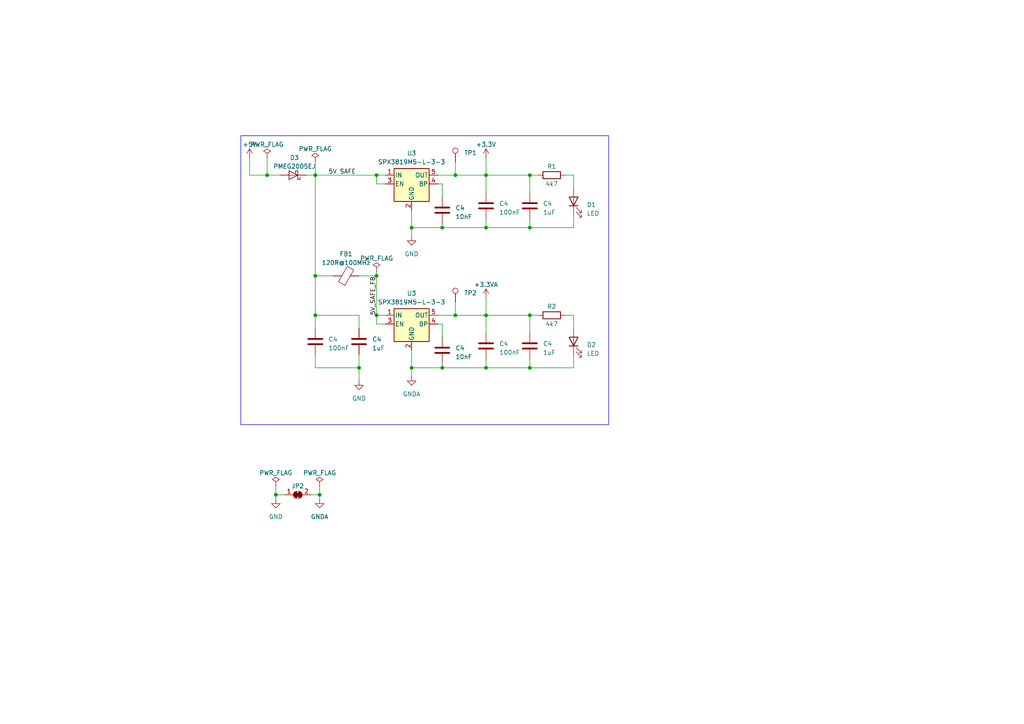
<source format=kicad_sch>
(kicad_sch (version 20230121) (generator eeschema)
  (paper "A4")
  (lib_symbols
    (symbol "Connector:TestPoint" (pin_numbers hide) (pin_names (offset 0.762) hide)
      (property "Reference" "TP" (at 0 6.858 0))
      (property "Value" "TestPoint" (at 0 5.08 0))
      (symbol "TestPoint_0_1"
        (circle (center 0 3.302) (radius 0.762))
      )
      (symbol "TestPoint_1_1"
        (pin passive line (at 0 0 90) (length 2.54) (name "1") (number "1"))
      )
    )
    (symbol "Device:C" (pin_numbers hide) (pin_names (offset 0.254))
      (property "Reference" "C" (at 0.635 2.54 0))
      (property "Value" "C" (at 0.635 -2.54 0))
      (symbol "C_0_1"
        (polyline (pts (xy -2.032 -0.762) (xy 2.032 -0.762)) (stroke (width 0.508)))
        (polyline (pts (xy -2.032 0.762) (xy 2.032 0.762)) (stroke (width 0.508)))
      )
      (symbol "C_1_1"
        (pin passive line (at 0 3.81 270) (length 2.794) (name "~") (number "1"))
        (pin passive line (at 0 -3.81 90) (length 2.794) (name "~") (number "2"))
      )
    )
    (symbol "Device:FerriteBead" (pin_numbers hide) (pin_names (offset 0))
      (property "Reference" "FB" (at -3.81 0.635 90))
      (property "Value" "FerriteBead" (at 3.81 0 90))
      (symbol "FerriteBead_0_1"
        (polyline (pts (xy 0 -1.27) (xy 0 -1.2192)))
        (polyline (pts (xy 0 1.27) (xy 0 1.2954)))
        (polyline (pts (xy -2.7686 0.4064) (xy -1.7018 2.2606) (xy 2.7686 -0.3048) (xy 1.6764 -2.159) (xy -2.7686 0.4064)))
      )
      (symbol "FerriteBead_1_1"
        (pin passive line (at 0 3.81 270) (length 2.54) (name "~") (number "1"))
        (pin passive line (at 0 -3.81 90) (length 2.54) (name "~") (number "2"))
      )
    )
    (symbol "Device:LED" (pin_numbers hide) (pin_names (offset 1.016) hide)
      (property "Reference" "D" (at 0 2.54 0))
      (property "Value" "LED" (at 0 -2.54 0))
      (symbol "LED_0_1"
        (polyline (pts (xy -1.27 -1.27) (xy -1.27 1.27)) (stroke (width 0.254)))
        (polyline (pts (xy -1.27 0) (xy 1.27 0)))
        (polyline (pts (xy 1.27 -1.27) (xy 1.27 1.27) (xy -1.27 0) (xy 1.27 -1.27)) (stroke (width 0.254)))
        (polyline (pts (xy -3.048 -0.762) (xy -4.572 -2.286) (xy -3.81 -2.286) (xy -4.572 -2.286) (xy -4.572 -1.524)))
        (polyline (pts (xy -1.778 -0.762) (xy -3.302 -2.286) (xy -2.54 -2.286) (xy -3.302 -2.286) (xy -3.302 -1.524)))
      )
      (symbol "LED_1_1"
        (pin passive line (at -3.81 0 0) (length 2.54) (name "K") (number "1"))
        (pin passive line (at 3.81 0 180) (length 2.54) (name "A") (number "2"))
      )
    )
    (symbol "Device:R" (pin_numbers hide) (pin_names (offset 0))
      (property "Reference" "R" (at 2.032 0 90))
      (property "Value" "R" (at 0 0 90))
      (symbol "R_0_1"
        (rectangle (start -1.016 -2.54) (end 1.016 2.54) (stroke (width 0.254)))
      )
      (symbol "R_1_1"
        (pin passive line (at 0 3.81 270) (length 1.27) (name "~") (number "1"))
        (pin passive line (at 0 -3.81 90) (length 1.27) (name "~") (number "2"))
      )
    )
    (symbol "Diode:PMEG2005EJ" (pin_numbers hide) (pin_names hide)
      (property "Reference" "D" (at 0 2.54 0))
      (property "Value" "PMEG2005EJ" (at 0 -2.54 0))
      (symbol "PMEG2005EJ_0_1"
        (polyline (pts (xy 1.27 0) (xy -1.27 0)))
        (polyline (pts (xy 1.27 1.27) (xy 1.27 -1.27) (xy -1.27 0) (xy 1.27 1.27)) (stroke (width 0.2032)))
        (polyline (pts (xy -1.905 0.635) (xy -1.905 1.27) (xy -1.27 1.27) (xy -1.27 -1.27) (xy -0.635 -1.27) (xy -0.635 -0.635)) (stroke (width 0.2032)))
      )
      (symbol "PMEG2005EJ_1_1"
        (pin passive line (at -3.81 0 0) (length 2.54) (name "K") (number "1"))
        (pin passive line (at 3.81 0 180) (length 2.54) (name "A") (number "2"))
      )
    )
    (symbol "Jumper:SolderJumper_2_Bridged" (pin_names (offset 0) hide)
      (property "Reference" "JP" (at 0 2.032 0))
      (property "Value" "SolderJumper_2_Bridged" (at 0 -2.54 0))
      (symbol "SolderJumper_2_Bridged_0_1"
        (rectangle (start -0.508 0.508) (end 0.508 -0.508) (fill (type outline)))
        (arc (start -0.254 1.016) (mid -1.2656 0) (end -0.254 -1.016))
        (arc (start -0.254 1.016) (mid -1.2656 0) (end -0.254 -1.016) (fill (type outline)))
        (polyline (pts (xy -0.254 1.016) (xy -0.254 -1.016)))
        (polyline (pts (xy 0.254 1.016) (xy 0.254 -1.016)))
        (arc (start 0.254 -1.016) (mid 1.2656 0) (end 0.254 1.016))
        (arc (start 0.254 -1.016) (mid 1.2656 0) (end 0.254 1.016) (fill (type outline)))
      )
      (symbol "SolderJumper_2_Bridged_1_1"
        (pin passive line (at -3.81 0 0) (length 2.54) (name "A") (number "1"))
        (pin passive line (at 3.81 0 180) (length 2.54) (name "B") (number "2"))
      )
    )
    (symbol "Regulator_Linear:SPX3819M5-L-3-3" (pin_names (offset 0.254))
      (property "Reference" "U" (at -3.81 5.715 0))
      (property "Value" "SPX3819M5-L-3-3" (at 0 5.715 0))
      (symbol "SPX3819M5-L-3-3_0_1"
        (rectangle (start -5.08 4.445) (end 5.08 -5.08) (stroke (width 0.254)) (fill (type background)))
      )
      (symbol "SPX3819M5-L-3-3_1_1"
        (pin power_in line (at -7.62 2.54 0) (length 2.54) (name "IN") (number "1"))
        (pin power_in line (at 0 -7.62 90) (length 2.54) (name "GND") (number "2"))
        (pin input line (at -7.62 0 0) (length 2.54) (name "EN") (number "3"))
        (pin input line (at 7.62 0 180) (length 2.54) (name "BP") (number "4"))
        (pin power_out line (at 7.62 2.54 180) (length 2.54) (name "OUT") (number "5"))
      )
    )
    (symbol "power:+3.3V" (power) (pin_names (offset 0))
      (property "Value" "+3.3V" (at 0 3.556 0))
      (symbol "+3.3V_0_1"
        (polyline (pts (xy -0.762 1.27) (xy 0 2.54)))
        (polyline (pts (xy 0 0) (xy 0 2.54)))
        (polyline (pts (xy 0 2.54) (xy 0.762 1.27)))
      )
      (symbol "+3.3V_1_1"
        (pin power_in line (at 0 0 90) (length 0) hide (name "+3.3V") (number "1"))
      )
    )
    (symbol "power:+3.3VA" (power) (pin_names (offset 0))
      (property "Value" "+3.3VA" (at 0 3.556 0))
      (symbol "+3.3VA_0_1"
        (polyline (pts (xy -0.762 1.27) (xy 0 2.54)))
        (polyline (pts (xy 0 0) (xy 0 2.54)))
        (polyline (pts (xy 0 2.54) (xy 0.762 1.27)))
      )
      (symbol "+3.3VA_1_1"
        (pin power_in line (at 0 0 90) (length 0) hide (name "+3.3VA") (number "1"))
      )
    )
    (symbol "power:+5V" (power) (pin_names (offset 0))
      (property "Value" "+5V" (at 0 3.556 0))
      (symbol "+5V_0_1"
        (polyline (pts (xy -0.762 1.27) (xy 0 2.54)))
        (polyline (pts (xy 0 0) (xy 0 2.54)))
        (polyline (pts (xy 0 2.54) (xy 0.762 1.27)))
      )
      (symbol "+5V_1_1"
        (pin power_in line (at 0 0 90) (length 0) hide (name "+5V") (number "1"))
      )
    )
    (symbol "power:GND" (power) (pin_names (offset 0))
      (property "Value" "GND" (at 0 -3.81 0))
      (symbol "GND_0_1"
        (polyline (pts (xy 0 0) (xy 0 -1.27) (xy 1.27 -1.27) (xy 0 -2.54) (xy -1.27 -1.27) (xy 0 -1.27)))
      )
      (symbol "GND_1_1"
        (pin power_in line (at 0 0 270) (length 0) hide (name "GND") (number "1"))
      )
    )
    (symbol "power:GNDA" (power) (pin_names (offset 0))
      (property "Value" "GNDA" (at 0 -3.81 0))
      (symbol "GNDA_0_1"
        (polyline (pts (xy 0 0) (xy 0 -1.27) (xy 1.27 -1.27) (xy 0 -2.54) (xy -1.27 -1.27) (xy 0 -1.27)))
      )
      (symbol "GNDA_1_1"
        (pin power_in line (at 0 0 270) (length 0) hide (name "GNDA") (number "1"))
      )
    )
    (symbol "power:PWR_FLAG" (power) (pin_numbers hide) (pin_names (offset 0) hide)
      (property "Value" "PWR_FLAG" (at 0 3.81 0))
      (symbol "PWR_FLAG_0_0"
        (pin power_out line (at 0 0 90) (length 0) (name "pwr") (number "1"))
      )
      (symbol "PWR_FLAG_0_1"
        (polyline (pts (xy 0 0) (xy 0 1.27) (xy -1.016 1.905) (xy 0 2.54) (xy 1.016 1.905) (xy 0 1.27)))
      )
    )
  )
  (junction (at 119.38 106.68))
  (junction (at 91.44 50.8))
  (junction (at 140.97 66.04))
  (junction (at 128.27 106.68))
  (junction (at 77.47 50.8))
  (junction (at 140.97 50.8))
  (junction (at 80.01 143.51))
  (junction (at 132.08 50.8))
  (junction (at 153.67 91.44))
  (junction (at 153.67 66.04))
  (junction (at 140.97 91.44))
  (junction (at 128.27 66.04))
  (junction (at 132.08 91.44))
  (junction (at 119.38 66.04))
  (junction (at 92.71 143.51))
  (junction (at 153.67 50.8))
  (junction (at 109.22 50.8))
  (junction (at 140.97 106.68))
  (junction (at 109.22 80.01))
  (junction (at 104.14 106.68))
  (junction (at 91.44 91.44))
  (junction (at 109.22 91.44))
  (junction (at 91.44 80.01))
  (junction (at 153.67 106.68))
  (wire (pts (xy 140.97 104.14) (xy 140.97 106.68)))
  (wire (pts (xy 128.27 64.77) (xy 128.27 66.04)))
  (wire (pts (xy 77.47 50.8) (xy 81.28 50.8)))
  (wire (pts (xy 127 93.98) (xy 128.27 93.98)))
  (wire (pts (xy 128.27 66.04) (xy 140.97 66.04)))
  (wire (pts (xy 91.44 91.44) (xy 104.14 91.44)))
  (wire (pts (xy 140.97 66.04) (xy 153.67 66.04)))
  (wire (pts (xy 92.71 143.51) (xy 92.71 144.78)))
  (wire (pts (xy 72.39 45.72) (xy 72.39 50.8)))
  (wire (pts (xy 127 91.44) (xy 132.08 91.44)))
  (wire (pts (xy 80.01 140.97) (xy 80.01 143.51)))
  (wire (pts (xy 72.39 50.8) (xy 77.47 50.8)))
  (wire (pts (xy 153.67 66.04) (xy 166.37 66.04)))
  (wire (pts (xy 127 53.34) (xy 128.27 53.34)))
  (wire (pts (xy 153.67 91.44) (xy 153.67 96.52)))
  (wire (pts (xy 132.08 46.99) (xy 132.08 50.8)))
  (wire (pts (xy 109.22 78.74) (xy 109.22 80.01)))
  (wire (pts (xy 166.37 106.68) (xy 166.37 102.87)))
  (wire (pts (xy 128.27 105.41) (xy 128.27 106.68)))
  (wire (pts (xy 119.38 109.22) (xy 119.38 106.68)))
  (wire (pts (xy 119.38 68.58) (xy 119.38 66.04)))
  (wire (pts (xy 91.44 80.01) (xy 91.44 91.44)))
  (wire (pts (xy 140.97 50.8) (xy 153.67 50.8)))
  (wire (pts (xy 140.97 106.68) (xy 153.67 106.68)))
  (wire (pts (xy 140.97 63.5) (xy 140.97 66.04)))
  (wire (pts (xy 140.97 91.44) (xy 140.97 86.36)))
  (wire (pts (xy 153.67 63.5) (xy 153.67 66.04)))
  (wire (pts (xy 104.14 106.68) (xy 91.44 106.68)))
  (wire (pts (xy 111.76 93.98) (xy 109.22 93.98)))
  (wire (pts (xy 109.22 53.34) (xy 109.22 50.8)))
  (wire (pts (xy 109.22 91.44) (xy 111.76 91.44)))
  (wire (pts (xy 132.08 50.8) (xy 140.97 50.8)))
  (wire (pts (xy 109.22 50.8) (xy 111.76 50.8)))
  (wire (pts (xy 128.27 53.34) (xy 128.27 57.15)))
  (wire (pts (xy 91.44 80.01) (xy 96.52 80.01)))
  (wire (pts (xy 140.97 50.8) (xy 140.97 55.88)))
  (wire (pts (xy 92.71 140.97) (xy 92.71 143.51)))
  (wire (pts (xy 91.44 46.99) (xy 91.44 50.8)))
  (wire (pts (xy 153.67 91.44) (xy 156.21 91.44)))
  (wire (pts (xy 119.38 66.04) (xy 128.27 66.04)))
  (wire (pts (xy 128.27 93.98) (xy 128.27 97.79)))
  (wire (pts (xy 119.38 66.04) (xy 119.38 60.96)))
  (wire (pts (xy 132.08 87.63) (xy 132.08 91.44)))
  (wire (pts (xy 91.44 91.44) (xy 91.44 95.25)))
  (wire (pts (xy 119.38 106.68) (xy 128.27 106.68)))
  (wire (pts (xy 109.22 91.44) (xy 109.22 80.01)))
  (wire (pts (xy 140.97 91.44) (xy 140.97 96.52)))
  (wire (pts (xy 104.14 91.44) (xy 104.14 95.25)))
  (wire (pts (xy 163.83 91.44) (xy 166.37 91.44)))
  (wire (pts (xy 166.37 91.44) (xy 166.37 95.25)))
  (wire (pts (xy 166.37 50.8) (xy 166.37 54.61)))
  (wire (pts (xy 111.76 53.34) (xy 109.22 53.34)))
  (wire (pts (xy 109.22 80.01) (xy 104.14 80.01)))
  (wire (pts (xy 104.14 106.68) (xy 104.14 102.87)))
  (wire (pts (xy 104.14 106.68) (xy 104.14 110.49)))
  (wire (pts (xy 140.97 50.8) (xy 140.97 45.72)))
  (wire (pts (xy 153.67 106.68) (xy 166.37 106.68)))
  (wire (pts (xy 153.67 104.14) (xy 153.67 106.68)))
  (wire (pts (xy 80.01 143.51) (xy 80.01 144.78)))
  (wire (pts (xy 90.17 143.51) (xy 92.71 143.51)))
  (wire (pts (xy 153.67 50.8) (xy 153.67 55.88)))
  (wire (pts (xy 91.44 50.8) (xy 91.44 80.01)))
  (wire (pts (xy 88.9 50.8) (xy 91.44 50.8)))
  (wire (pts (xy 163.83 50.8) (xy 166.37 50.8)))
  (wire (pts (xy 119.38 106.68) (xy 119.38 101.6)))
  (wire (pts (xy 128.27 106.68) (xy 140.97 106.68)))
  (wire (pts (xy 109.22 93.98) (xy 109.22 91.44)))
  (wire (pts (xy 153.67 50.8) (xy 156.21 50.8)))
  (wire (pts (xy 82.55 143.51) (xy 80.01 143.51)))
  (wire (pts (xy 132.08 91.44) (xy 140.97 91.44)))
  (wire (pts (xy 91.44 50.8) (xy 109.22 50.8)))
  (wire (pts (xy 166.37 66.04) (xy 166.37 62.23)))
  (wire (pts (xy 77.47 45.72) (xy 77.47 50.8)))
  (wire (pts (xy 91.44 106.68) (xy 91.44 102.87)))
  (wire (pts (xy 140.97 91.44) (xy 153.67 91.44)))
  (wire (pts (xy 127 50.8) (xy 132.08 50.8)))
  (rectangle (start 69.85 39.37) (end 176.53 123.19))
  (label "5V SAFE" (at 95.25 50.8 0))
  (label "5V_SAFE_FB" (at 109.22 91.44 90))
  (symbol (lib_id "Device:C") (at 140.97 100.33 0) (unit 1)
    (property "Reference" "C4" (at 144.78 99.695 0) (effects (justify left)))
    (property "Value" "100nF" (at 144.78 102.235 0) (effects (justify left)))
    (property "Footprint" "Capacitor_SMD:C_0603_1608Metric" (effects hide))
    (instances (project "fft_slice" (path "" (reference "C4") (unit 1)) (path "" (reference "C16") (unit 1))))
  )
  (symbol (lib_id "Regulator_Linear:SPX3819M5-L-3-3") (at 119.38 93.98 0) (unit 1)
    (property "Reference" "U3" (at 119.38 85.09 0))
    (property "Value" "SPX3819M5-L-3-3" (at 119.38 87.63 0))
    (property "Footprint" "Package_TO_SOT_SMD:SOT-23-5" (effects hide))
    (property "Datasheet" "https://www.exar.com/content/document.ashx?id=22106&languageid=1033&type=Datasheet&partnumber=SPX3819&filename=SPX3819.pdf&part=SPX3819" (effects hide))
    (instances (project "fft_slice" (path "" (reference "U3") (unit 1)) (path "" (reference "U4") (unit 1))))
  )
  (symbol (lib_id "Diode:PMEG2005EJ") (at 85.09 50.8 180) (unit 1)
    (property "Reference" "D3" (at 85.4075 45.72 0))
    (property "Value" "PMEG2005EJ" (at 85.4075 48.26 0))
    (property "Footprint" "Diode_SMD:D_SOD-323F" (effects hide))
    (property "Datasheet" "https://assets.nexperia.com/documents/data-sheet/PMEGXX05EH_EJ_SER.pdf" (effects hide))
  )
  (symbol (lib_id "Device:R") (at 160.02 50.8 270) (unit 1)
    (property "Reference" "R1" (at 160.02 48.26 90))
    (property "Value" "4k7" (at 160.02 53.34 90))
    (property "Footprint" "Resistor_SMD:R_0805_2012Metric_Pad1.20x1.40mm_HandSolder" (effects hide))
  )
  (symbol (lib_id "Device:C") (at 153.67 59.69 0) (unit 1)
    (property "Reference" "C4" (at 157.48 59.055 0) (effects (justify left)))
    (property "Value" "1uF" (at 157.48 61.595 0) (effects (justify left)))
    (property "Footprint" "Capacitor_SMD:C_0603_1608Metric" (effects hide))
    (instances (project "fft_slice" (path "" (reference "C4") (unit 1)) (path "" (reference "C13") (unit 1))))
  )
  (symbol (lib_id "power:GND") (at 104.14 110.49 0) (unit 1)
    (property "Reference" "#PWR05" (effects hide))
    (property "Value" "GND" (at 104.14 115.57 0))
    (instances (project "fft_slice" (path "" (reference "#PWR05") (unit 1)) (path "" (reference "#PWR031") (unit 1))))
  )
  (symbol (lib_id "power:PWR_FLAG") (at 109.22 78.74 0) (unit 1)
    (property "Reference" "#FLG02" (effects hide))
    (property "Value" "PWR_FLAG" (at 109.22 74.93 0))
  )
  (symbol (lib_id "Regulator_Linear:SPX3819M5-L-3-3") (at 119.38 53.34 0) (unit 1)
    (property "Reference" "U3" (at 119.38 44.45 0))
    (property "Value" "SPX3819M5-L-3-3" (at 119.38 46.99 0))
    (property "Footprint" "Package_TO_SOT_SMD:SOT-23-5" (effects hide))
    (property "Datasheet" "https://www.exar.com/content/document.ashx?id=22106&languageid=1033&type=Datasheet&partnumber=SPX3819&filename=SPX3819.pdf&part=SPX3819" (effects hide))
  )
  (symbol (lib_id "power:GND") (at 80.01 144.78 0) (unit 1)
    (property "Reference" "#PWR05" (effects hide))
    (property "Value" "GND" (at 80.01 149.86 0))
    (instances (project "fft_slice" (path "" (reference "#PWR05") (unit 1)) (path "" (reference "#PWR06") (unit 1))))
  )
  (symbol (lib_id "Device:C") (at 140.97 59.69 0) (unit 1)
    (property "Reference" "C4" (at 144.78 59.055 0) (effects (justify left)))
    (property "Value" "100nF" (at 144.78 61.595 0) (effects (justify left)))
    (property "Footprint" "Capacitor_SMD:C_0603_1608Metric" (effects hide))
    (instances (project "fft_slice" (path "" (reference "C4") (unit 1)) (path "" (reference "C12") (unit 1))))
  )
  (symbol (lib_id "Device:C") (at 128.27 101.6 0) (unit 1)
    (property "Reference" "C4" (at 132.08 100.965 0) (effects (justify left)))
    (property "Value" "10nF" (at 132.08 103.505 0) (effects (justify left)))
    (property "Footprint" "Capacitor_SMD:C_0603_1608Metric" (effects hide))
    (instances (project "fft_slice" (path "" (reference "C4") (unit 1)) (path "" (reference "C15") (unit 1))))
  )
  (symbol (lib_id "power:PWR_FLAG") (at 80.01 140.97 0) (unit 1)
    (property "Reference" "#FLG04" (effects hide))
    (property "Value" "PWR_FLAG" (at 80.01 137.16 0))
  )
  (symbol (lib_id "Device:LED") (at 166.37 99.06 90) (unit 1)
    (property "Reference" "D2" (at 170.18 100.0125 90) (effects (justify right)))
    (property "Value" "LED" (at 170.18 102.5525 90) (effects (justify right)))
    (property "Footprint" "LED_SMD:LED_0805_2012Metric_Pad1.15x1.40mm_HandSolder" (effects hide))
  )
  (symbol (lib_id "Connector:TestPoint") (at 132.08 87.63 0) (unit 1)
    (property "Reference" "TP2" (at 134.62 84.963 0) (effects (justify left)))
    (property "Value" "TestPoint" (effects hide))
    (property "Footprint" "TestPoint:TestPoint_Pad_D1.0mm" (effects hide))
  )
  (symbol (lib_id "Device:C") (at 91.44 99.06 0) (unit 1)
    (property "Reference" "C4" (at 95.25 98.425 0) (effects (justify left)))
    (property "Value" "100nF" (at 95.25 100.965 0) (effects (justify left)))
    (property "Footprint" "Capacitor_SMD:C_0603_1608Metric" (effects hide))
    (instances (project "fft_slice" (path "" (reference "C4") (unit 1)) (path "" (reference "C11") (unit 1))))
  )
  (symbol (lib_id "power:GND") (at 119.38 68.58 0) (unit 1)
    (property "Reference" "#PWR05" (effects hide))
    (property "Value" "GND" (at 119.38 73.66 0))
    (instances (project "fft_slice" (path "" (reference "#PWR05") (unit 1)) (path "" (reference "#PWR013") (unit 1))))
  )
  (symbol (lib_id "Device:C") (at 128.27 60.96 0) (unit 1)
    (property "Reference" "C4" (at 132.08 60.325 0) (effects (justify left)))
    (property "Value" "10nF" (at 132.08 62.865 0) (effects (justify left)))
    (property "Footprint" "Capacitor_SMD:C_0603_1608Metric" (effects hide))
    (instances (project "fft_slice" (path "" (reference "C4") (unit 1)) (path "" (reference "C10") (unit 1))))
  )
  (symbol (lib_id "power:GNDA") (at 92.71 144.78 0) (unit 1)
    (property "Reference" "#PWR07" (effects hide))
    (property "Value" "GNDA" (at 92.71 149.86 0))
  )
  (symbol (lib_id "Device:C") (at 153.67 100.33 0) (unit 1)
    (property "Reference" "C4" (at 157.48 99.695 0) (effects (justify left)))
    (property "Value" "1uF" (at 157.48 102.235 0) (effects (justify left)))
    (property "Footprint" "Capacitor_SMD:C_0603_1608Metric" (effects hide))
    (instances (project "fft_slice" (path "" (reference "C4") (unit 1)) (path "" (reference "C17") (unit 1))))
  )
  (symbol (lib_id "Connector:TestPoint") (at 132.08 46.99 0) (unit 1)
    (property "Reference" "TP1" (at 134.62 44.323 0) (effects (justify left)))
    (property "Value" "TestPoint" (effects hide))
    (property "Footprint" "TestPoint:TestPoint_Pad_D1.0mm" (effects hide))
  )
  (symbol (lib_id "power:+3.3V") (at 140.97 45.72 0) (unit 1)
    (property "Reference" "#PWR04" (effects hide))
    (property "Value" "+3.3V" (at 140.97 41.91 0))
    (instances (project "fft_slice" (path "" (reference "#PWR04") (unit 1)) (path "" (reference "#PWR015") (unit 1))))
  )
  (symbol (lib_id "Jumper:SolderJumper_2_Bridged") (at 86.36 143.51 0) (unit 1)
    (property "Reference" "JP2" (at 86.36 140.97 0))
    (property "Footprint" "Jumper:SolderJumper-2_P1.3mm_Bridged_RoundedPad1.0x1.5mm" (effects hide))
    (instances (project "fft_slice" (path "" (reference "JP2") (unit 1)) (path "" (reference "JP1") (unit 1))))
  )
  (symbol (lib_id "power:+5V") (at 72.39 45.72 0) (unit 1)
    (property "Reference" "#PWR014" (effects hide))
    (property "Value" "+5V" (at 72.39 41.91 0))
  )
  (symbol (lib_id "Device:R") (at 160.02 91.44 270) (unit 1)
    (property "Reference" "R2" (at 160.02 88.9 90))
    (property "Value" "4k7" (at 160.02 93.98 90))
    (property "Footprint" "Resistor_SMD:R_0805_2012Metric_Pad1.20x1.40mm_HandSolder" (effects hide))
  )
  (symbol (lib_id "Device:C") (at 104.14 99.06 0) (unit 1)
    (property "Reference" "C4" (at 107.95 98.425 0) (effects (justify left)))
    (property "Value" "1uF" (at 107.95 100.965 0) (effects (justify left)))
    (property "Footprint" "Capacitor_SMD:C_0603_1608Metric" (effects hide))
    (instances (project "fft_slice" (path "" (reference "C4") (unit 1)) (path "" (reference "C14") (unit 1))))
  )
  (symbol (lib_id "power:PWR_FLAG") (at 91.44 46.99 0) (unit 1)
    (property "Reference" "#FLG01" (effects hide))
    (property "Value" "PWR_FLAG" (at 91.44 43.18 0))
  )
  (symbol (lib_id "Device:FerriteBead") (at 100.33 80.01 270) (unit 1)
    (property "Reference" "FB1" (at 100.3808 73.66 90))
    (property "Value" "120R@100MHz" (at 100.3808 76.2 90))
    (property "Footprint" "Inductor_SMD:L_0603_1608Metric_Pad1.05x0.95mm_HandSolder" (effects hide))
    (instances (project "fft_slice" (path "" (reference "FB1") (unit 1)) (path "" (reference "FB2") (unit 1)) (path "" (reference "FB1") (unit 1))))
  )
  (symbol (lib_id "power:PWR_FLAG") (at 92.71 140.97 0) (unit 1)
    (property "Reference" "#FLG05" (effects hide))
    (property "Value" "PWR_FLAG" (at 92.71 137.16 0))
  )
  (symbol (lib_id "power:+3.3VA") (at 140.97 86.36 0) (unit 1)
    (property "Reference" "#PWR06" (effects hide))
    (property "Value" "+3.3VA" (at 140.97 82.55 0))
    (instances (project "fft_slice" (path "" (reference "#PWR06") (unit 1)) (path "" (reference "#PWR018") (unit 1))))
  )
  (symbol (lib_id "power:GNDA") (at 119.38 109.22 0) (unit 1)
    (property "Reference" "#PWR07" (effects hide))
    (property "Value" "GNDA" (at 119.38 114.3 0))
    (instances (project "fft_slice" (path "" (reference "#PWR07") (unit 1)) (path "" (reference "#PWR017") (unit 1))))
  )
  (symbol (lib_id "power:PWR_FLAG") (at 77.47 45.72 0) (unit 1)
    (property "Reference" "#FLG03" (effects hide))
    (property "Value" "PWR_FLAG" (at 77.47 41.91 0))
  )
  (symbol (lib_id "Device:LED") (at 166.37 58.42 90) (unit 1)
    (property "Reference" "D1" (at 170.18 59.3725 90) (effects (justify right)))
    (property "Value" "LED" (at 170.18 61.9125 90) (effects (justify right)))
    (property "Footprint" "LED_SMD:LED_0805_2012Metric_Pad1.15x1.40mm_HandSolder" (effects hide))
  )
)
</source>
